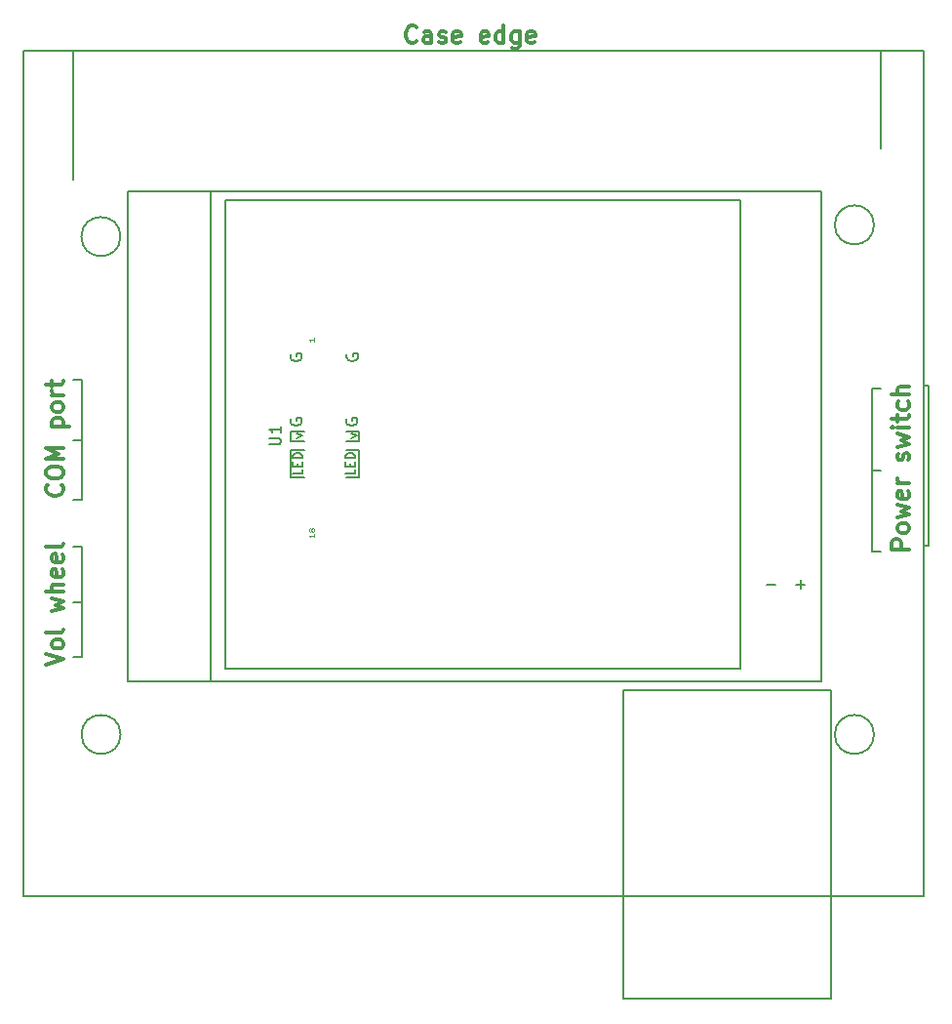
<source format=gbr>
G04 #@! TF.GenerationSoftware,KiCad,Pcbnew,5.0.2+dfsg1-1~bpo9+1*
G04 #@! TF.CreationDate,2020-07-27T21:19:22+01:00*
G04 #@! TF.ProjectId,gbc_outline_screen,6762635f-6f75-4746-9c69-6e655f736372,rev?*
G04 #@! TF.SameCoordinates,Original*
G04 #@! TF.FileFunction,Legend,Top*
G04 #@! TF.FilePolarity,Positive*
%FSLAX46Y46*%
G04 Gerber Fmt 4.6, Leading zero omitted, Abs format (unit mm)*
G04 Created by KiCad (PCBNEW 5.0.2+dfsg1-1~bpo9+1) date Mon 27 Jul 2020 21:19:22 BST*
%MOMM*%
%LPD*%
G01*
G04 APERTURE LIST*
%ADD10C,0.300000*%
%ADD11C,0.150000*%
%ADD12C,0.200000*%
%ADD13C,0.125000*%
G04 APERTURE END LIST*
D10*
X112884994Y-84497680D02*
X112956422Y-84569108D01*
X113027851Y-84783394D01*
X113027851Y-84926251D01*
X112956422Y-85140537D01*
X112813565Y-85283394D01*
X112670708Y-85354822D01*
X112384994Y-85426251D01*
X112170708Y-85426251D01*
X111884994Y-85354822D01*
X111742137Y-85283394D01*
X111599280Y-85140537D01*
X111527851Y-84926251D01*
X111527851Y-84783394D01*
X111599280Y-84569108D01*
X111670708Y-84497680D01*
X111527851Y-83569108D02*
X111527851Y-83283394D01*
X111599280Y-83140537D01*
X111742137Y-82997680D01*
X112027851Y-82926251D01*
X112527851Y-82926251D01*
X112813565Y-82997680D01*
X112956422Y-83140537D01*
X113027851Y-83283394D01*
X113027851Y-83569108D01*
X112956422Y-83711965D01*
X112813565Y-83854822D01*
X112527851Y-83926251D01*
X112027851Y-83926251D01*
X111742137Y-83854822D01*
X111599280Y-83711965D01*
X111527851Y-83569108D01*
X113027851Y-82283394D02*
X111527851Y-82283394D01*
X112599280Y-81783394D01*
X111527851Y-81283394D01*
X113027851Y-81283394D01*
X112027851Y-79426251D02*
X113527851Y-79426251D01*
X112099280Y-79426251D02*
X112027851Y-79283394D01*
X112027851Y-78997680D01*
X112099280Y-78854822D01*
X112170708Y-78783394D01*
X112313565Y-78711965D01*
X112742137Y-78711965D01*
X112884994Y-78783394D01*
X112956422Y-78854822D01*
X113027851Y-78997680D01*
X113027851Y-79283394D01*
X112956422Y-79426251D01*
X113027851Y-77854822D02*
X112956422Y-77997680D01*
X112884994Y-78069108D01*
X112742137Y-78140537D01*
X112313565Y-78140537D01*
X112170708Y-78069108D01*
X112099280Y-77997680D01*
X112027851Y-77854822D01*
X112027851Y-77640537D01*
X112099280Y-77497680D01*
X112170708Y-77426251D01*
X112313565Y-77354822D01*
X112742137Y-77354822D01*
X112884994Y-77426251D01*
X112956422Y-77497680D01*
X113027851Y-77640537D01*
X113027851Y-77854822D01*
X113027851Y-76711965D02*
X112027851Y-76711965D01*
X112313565Y-76711965D02*
X112170708Y-76640537D01*
X112099280Y-76569108D01*
X112027851Y-76426251D01*
X112027851Y-76283394D01*
X112027851Y-75997680D02*
X112027851Y-75426251D01*
X111527851Y-75783394D02*
X112813565Y-75783394D01*
X112956422Y-75711965D01*
X113027851Y-75569108D01*
X113027851Y-75426251D01*
D11*
X187665360Y-46837600D02*
X187665360Y-120162320D01*
X109565440Y-46842680D02*
X109565440Y-120167400D01*
X109560360Y-120167400D02*
X187665360Y-120162320D01*
X113873280Y-46842680D02*
X109567980Y-46842680D01*
D12*
X188092080Y-89743280D02*
X187660280Y-89743280D01*
X188092080Y-75849480D02*
X188092080Y-89743280D01*
X187685680Y-75849480D02*
X188092080Y-75849480D01*
X183977280Y-46842680D02*
X187685680Y-46842680D01*
D10*
X143675280Y-46044894D02*
X143603851Y-46116322D01*
X143389565Y-46187751D01*
X143246708Y-46187751D01*
X143032422Y-46116322D01*
X142889565Y-45973465D01*
X142818137Y-45830608D01*
X142746708Y-45544894D01*
X142746708Y-45330608D01*
X142818137Y-45044894D01*
X142889565Y-44902037D01*
X143032422Y-44759180D01*
X143246708Y-44687751D01*
X143389565Y-44687751D01*
X143603851Y-44759180D01*
X143675280Y-44830608D01*
X144960994Y-46187751D02*
X144960994Y-45402037D01*
X144889565Y-45259180D01*
X144746708Y-45187751D01*
X144460994Y-45187751D01*
X144318137Y-45259180D01*
X144960994Y-46116322D02*
X144818137Y-46187751D01*
X144460994Y-46187751D01*
X144318137Y-46116322D01*
X144246708Y-45973465D01*
X144246708Y-45830608D01*
X144318137Y-45687751D01*
X144460994Y-45616322D01*
X144818137Y-45616322D01*
X144960994Y-45544894D01*
X145603851Y-46116322D02*
X145746708Y-46187751D01*
X146032422Y-46187751D01*
X146175280Y-46116322D01*
X146246708Y-45973465D01*
X146246708Y-45902037D01*
X146175280Y-45759180D01*
X146032422Y-45687751D01*
X145818137Y-45687751D01*
X145675280Y-45616322D01*
X145603851Y-45473465D01*
X145603851Y-45402037D01*
X145675280Y-45259180D01*
X145818137Y-45187751D01*
X146032422Y-45187751D01*
X146175280Y-45259180D01*
X147460994Y-46116322D02*
X147318137Y-46187751D01*
X147032422Y-46187751D01*
X146889565Y-46116322D01*
X146818137Y-45973465D01*
X146818137Y-45402037D01*
X146889565Y-45259180D01*
X147032422Y-45187751D01*
X147318137Y-45187751D01*
X147460994Y-45259180D01*
X147532422Y-45402037D01*
X147532422Y-45544894D01*
X146818137Y-45687751D01*
X149889565Y-46116322D02*
X149746708Y-46187751D01*
X149460994Y-46187751D01*
X149318137Y-46116322D01*
X149246708Y-45973465D01*
X149246708Y-45402037D01*
X149318137Y-45259180D01*
X149460994Y-45187751D01*
X149746708Y-45187751D01*
X149889565Y-45259180D01*
X149960994Y-45402037D01*
X149960994Y-45544894D01*
X149246708Y-45687751D01*
X151246708Y-46187751D02*
X151246708Y-44687751D01*
X151246708Y-46116322D02*
X151103851Y-46187751D01*
X150818137Y-46187751D01*
X150675280Y-46116322D01*
X150603851Y-46044894D01*
X150532422Y-45902037D01*
X150532422Y-45473465D01*
X150603851Y-45330608D01*
X150675280Y-45259180D01*
X150818137Y-45187751D01*
X151103851Y-45187751D01*
X151246708Y-45259180D01*
X152603851Y-45187751D02*
X152603851Y-46402037D01*
X152532422Y-46544894D01*
X152460994Y-46616322D01*
X152318137Y-46687751D01*
X152103851Y-46687751D01*
X151960994Y-46616322D01*
X152603851Y-46116322D02*
X152460994Y-46187751D01*
X152175280Y-46187751D01*
X152032422Y-46116322D01*
X151960994Y-46044894D01*
X151889565Y-45902037D01*
X151889565Y-45473465D01*
X151960994Y-45330608D01*
X152032422Y-45259180D01*
X152175280Y-45187751D01*
X152460994Y-45187751D01*
X152603851Y-45259180D01*
X153889565Y-46116322D02*
X153746708Y-46187751D01*
X153460994Y-46187751D01*
X153318137Y-46116322D01*
X153246708Y-45973465D01*
X153246708Y-45402037D01*
X153318137Y-45259180D01*
X153460994Y-45187751D01*
X153746708Y-45187751D01*
X153889565Y-45259180D01*
X153960994Y-45402037D01*
X153960994Y-45544894D01*
X153246708Y-45687751D01*
D11*
X113873280Y-46842680D02*
X113873280Y-58018680D01*
X183977280Y-46842680D02*
X113873280Y-46842680D01*
X183977280Y-55351680D02*
X183977280Y-46842680D01*
D12*
X183215280Y-83228180D02*
X183977280Y-83228180D01*
X113873280Y-94658180D02*
X114635280Y-94658180D01*
X113873280Y-80624680D02*
X114635280Y-80624680D01*
D10*
X111527851Y-100134394D02*
X113027851Y-99634394D01*
X111527851Y-99134394D01*
X113027851Y-98420108D02*
X112956422Y-98562965D01*
X112884994Y-98634394D01*
X112742137Y-98705822D01*
X112313565Y-98705822D01*
X112170708Y-98634394D01*
X112099280Y-98562965D01*
X112027851Y-98420108D01*
X112027851Y-98205822D01*
X112099280Y-98062965D01*
X112170708Y-97991537D01*
X112313565Y-97920108D01*
X112742137Y-97920108D01*
X112884994Y-97991537D01*
X112956422Y-98062965D01*
X113027851Y-98205822D01*
X113027851Y-98420108D01*
X113027851Y-97062965D02*
X112956422Y-97205822D01*
X112813565Y-97277251D01*
X111527851Y-97277251D01*
X112027851Y-95491537D02*
X113027851Y-95205822D01*
X112313565Y-94920108D01*
X113027851Y-94634394D01*
X112027851Y-94348680D01*
X113027851Y-93777251D02*
X111527851Y-93777251D01*
X113027851Y-93134394D02*
X112242137Y-93134394D01*
X112099280Y-93205822D01*
X112027851Y-93348680D01*
X112027851Y-93562965D01*
X112099280Y-93705822D01*
X112170708Y-93777251D01*
X112956422Y-91848680D02*
X113027851Y-91991537D01*
X113027851Y-92277251D01*
X112956422Y-92420108D01*
X112813565Y-92491537D01*
X112242137Y-92491537D01*
X112099280Y-92420108D01*
X112027851Y-92277251D01*
X112027851Y-91991537D01*
X112099280Y-91848680D01*
X112242137Y-91777251D01*
X112384994Y-91777251D01*
X112527851Y-92491537D01*
X112956422Y-90562965D02*
X113027851Y-90705822D01*
X113027851Y-90991537D01*
X112956422Y-91134394D01*
X112813565Y-91205822D01*
X112242137Y-91205822D01*
X112099280Y-91134394D01*
X112027851Y-90991537D01*
X112027851Y-90705822D01*
X112099280Y-90562965D01*
X112242137Y-90491537D01*
X112384994Y-90491537D01*
X112527851Y-91205822D01*
X113027851Y-89634394D02*
X112956422Y-89777251D01*
X112813565Y-89848680D01*
X111527851Y-89848680D01*
X186433851Y-90073394D02*
X184933851Y-90073394D01*
X184933851Y-89501965D01*
X185005280Y-89359108D01*
X185076708Y-89287680D01*
X185219565Y-89216251D01*
X185433851Y-89216251D01*
X185576708Y-89287680D01*
X185648137Y-89359108D01*
X185719565Y-89501965D01*
X185719565Y-90073394D01*
X186433851Y-88359108D02*
X186362422Y-88501965D01*
X186290994Y-88573394D01*
X186148137Y-88644822D01*
X185719565Y-88644822D01*
X185576708Y-88573394D01*
X185505280Y-88501965D01*
X185433851Y-88359108D01*
X185433851Y-88144822D01*
X185505280Y-88001965D01*
X185576708Y-87930537D01*
X185719565Y-87859108D01*
X186148137Y-87859108D01*
X186290994Y-87930537D01*
X186362422Y-88001965D01*
X186433851Y-88144822D01*
X186433851Y-88359108D01*
X185433851Y-87359108D02*
X186433851Y-87073394D01*
X185719565Y-86787680D01*
X186433851Y-86501965D01*
X185433851Y-86216251D01*
X186362422Y-85073394D02*
X186433851Y-85216251D01*
X186433851Y-85501965D01*
X186362422Y-85644822D01*
X186219565Y-85716251D01*
X185648137Y-85716251D01*
X185505280Y-85644822D01*
X185433851Y-85501965D01*
X185433851Y-85216251D01*
X185505280Y-85073394D01*
X185648137Y-85001965D01*
X185790994Y-85001965D01*
X185933851Y-85716251D01*
X186433851Y-84359108D02*
X185433851Y-84359108D01*
X185719565Y-84359108D02*
X185576708Y-84287680D01*
X185505280Y-84216251D01*
X185433851Y-84073394D01*
X185433851Y-83930537D01*
X186362422Y-82359108D02*
X186433851Y-82216251D01*
X186433851Y-81930537D01*
X186362422Y-81787680D01*
X186219565Y-81716251D01*
X186148137Y-81716251D01*
X186005280Y-81787680D01*
X185933851Y-81930537D01*
X185933851Y-82144822D01*
X185862422Y-82287680D01*
X185719565Y-82359108D01*
X185648137Y-82359108D01*
X185505280Y-82287680D01*
X185433851Y-82144822D01*
X185433851Y-81930537D01*
X185505280Y-81787680D01*
X185433851Y-81216251D02*
X186433851Y-80930537D01*
X185719565Y-80644822D01*
X186433851Y-80359108D01*
X185433851Y-80073394D01*
X186433851Y-79501965D02*
X185433851Y-79501965D01*
X184933851Y-79501965D02*
X185005280Y-79573394D01*
X185076708Y-79501965D01*
X185005280Y-79430537D01*
X184933851Y-79501965D01*
X185076708Y-79501965D01*
X185433851Y-79001965D02*
X185433851Y-78430537D01*
X184933851Y-78787680D02*
X186219565Y-78787680D01*
X186362422Y-78716251D01*
X186433851Y-78573394D01*
X186433851Y-78430537D01*
X186362422Y-77287680D02*
X186433851Y-77430537D01*
X186433851Y-77716251D01*
X186362422Y-77859108D01*
X186290994Y-77930537D01*
X186148137Y-78001965D01*
X185719565Y-78001965D01*
X185576708Y-77930537D01*
X185505280Y-77859108D01*
X185433851Y-77716251D01*
X185433851Y-77430537D01*
X185505280Y-77287680D01*
X186433851Y-76644822D02*
X184933851Y-76644822D01*
X186433851Y-76001965D02*
X185648137Y-76001965D01*
X185505280Y-76073394D01*
X185433851Y-76216251D01*
X185433851Y-76430537D01*
X185505280Y-76573394D01*
X185576708Y-76644822D01*
D12*
X183215280Y-76179680D02*
X183977280Y-76179680D01*
X183215280Y-90276680D02*
X183977280Y-90276680D01*
X183215280Y-76179680D02*
X183215280Y-90276680D01*
X114635280Y-89895680D02*
X113873280Y-89895680D01*
X114635280Y-99420680D02*
X113873280Y-99420680D01*
X114635280Y-89895680D02*
X114635280Y-99420680D01*
X114635280Y-85831680D02*
X113873280Y-85831680D01*
X114635280Y-75417680D02*
X114635280Y-85831680D01*
X113873280Y-75417680D02*
X114635280Y-75417680D01*
X171785280Y-59796680D02*
X127081280Y-59796680D01*
X171785280Y-100436680D02*
X171785280Y-59796680D01*
X127081280Y-100436680D02*
X127081280Y-59796680D01*
X127081280Y-100436680D02*
X171785280Y-100436680D01*
D11*
G04 #@! TO.C,U1*
X134213600Y-101506020D02*
X178790600Y-101506020D01*
X134213600Y-101506020D02*
X118592600Y-101506020D01*
X118592600Y-101506020D02*
X118592600Y-59024520D01*
X118592600Y-59024520D02*
X178790600Y-59024520D01*
X178790600Y-59024520D02*
X178790600Y-80106520D01*
X178790600Y-101506020D02*
X178790600Y-80106520D01*
X133896100Y-80678020D02*
X132753100Y-80678020D01*
X132753100Y-80678020D02*
X132753100Y-79852520D01*
X132753100Y-79852520D02*
X133896100Y-79852520D01*
X137579100Y-81440020D02*
X138658600Y-81440020D01*
X138658600Y-80678020D02*
X138658600Y-79852520D01*
X137579100Y-80678020D02*
X138658600Y-80678020D01*
X138658600Y-79852520D02*
X137579100Y-79852520D01*
X137579100Y-83853020D02*
X138658600Y-83853020D01*
X138658600Y-83853020D02*
X138658600Y-81440020D01*
X133896100Y-81440020D02*
X132753100Y-81440020D01*
X132753100Y-81440020D02*
X132753100Y-83853020D01*
X132753100Y-83853020D02*
X133896100Y-83853020D01*
X125831600Y-59024520D02*
X125831600Y-101506020D01*
G04 #@! TO.C,REF\002A\002A*
X117983017Y-106151680D02*
G75*
G03X117983017Y-106151680I-1696737J0D01*
G01*
X183375317Y-61953140D02*
G75*
G03X183375317Y-61953140I-1696737J0D01*
G01*
X117970317Y-62969140D02*
G75*
G03X117970317Y-62969140I-1696737J0D01*
G01*
X183375317Y-106149140D02*
G75*
G03X183375317Y-106149140I-1696737J0D01*
G01*
G04 #@! TO.C,U5*
X161584640Y-102339140D02*
X179618640Y-102339140D01*
X179618640Y-102339140D02*
X179618640Y-129072640D01*
X179618640Y-129072640D02*
X161648140Y-129072640D01*
X161648140Y-129072640D02*
X161584640Y-129072640D01*
X161584640Y-129072640D02*
X161584640Y-102339140D01*
G04 #@! TO.C,U1*
X130871980Y-80995424D02*
X131681504Y-80995424D01*
X131776742Y-80947805D01*
X131824361Y-80900186D01*
X131871980Y-80804948D01*
X131871980Y-80614472D01*
X131824361Y-80519234D01*
X131776742Y-80471615D01*
X131681504Y-80423996D01*
X130871980Y-80423996D01*
X131871980Y-79423996D02*
X131871980Y-79995424D01*
X131871980Y-79709710D02*
X130871980Y-79709710D01*
X131014838Y-79804948D01*
X131110076Y-79900186D01*
X131157695Y-79995424D01*
D13*
X134820790Y-71759462D02*
X134820790Y-72045177D01*
X134820790Y-71902320D02*
X134320790Y-71902320D01*
X134392219Y-71949939D01*
X134439838Y-71997558D01*
X134463647Y-72045177D01*
X134820790Y-88761558D02*
X134820790Y-89047272D01*
X134820790Y-88904415D02*
X134320790Y-88904415D01*
X134392219Y-88952034D01*
X134439838Y-88999653D01*
X134463647Y-89047272D01*
X134535076Y-88475843D02*
X134511266Y-88523462D01*
X134487457Y-88547272D01*
X134439838Y-88571081D01*
X134416028Y-88571081D01*
X134368409Y-88547272D01*
X134344600Y-88523462D01*
X134320790Y-88475843D01*
X134320790Y-88380605D01*
X134344600Y-88332986D01*
X134368409Y-88309177D01*
X134416028Y-88285367D01*
X134439838Y-88285367D01*
X134487457Y-88309177D01*
X134511266Y-88332986D01*
X134535076Y-88380605D01*
X134535076Y-88475843D01*
X134558885Y-88523462D01*
X134582695Y-88547272D01*
X134630314Y-88571081D01*
X134725552Y-88571081D01*
X134773171Y-88547272D01*
X134796980Y-88523462D01*
X134820790Y-88475843D01*
X134820790Y-88380605D01*
X134796980Y-88332986D01*
X134773171Y-88309177D01*
X134725552Y-88285367D01*
X134630314Y-88285367D01*
X134582695Y-88309177D01*
X134558885Y-88332986D01*
X134535076Y-88380605D01*
D11*
X137979171Y-80423996D02*
X138512504Y-80233520D01*
X137979171Y-80043043D01*
X138322004Y-83160805D02*
X138322004Y-83541758D01*
X137522004Y-83541758D01*
X137902957Y-82894139D02*
X137902957Y-82627472D01*
X138322004Y-82513186D02*
X138322004Y-82894139D01*
X137522004Y-82894139D01*
X137522004Y-82513186D01*
X138322004Y-82170329D02*
X137522004Y-82170329D01*
X137522004Y-81979853D01*
X137560100Y-81865567D01*
X137636290Y-81789377D01*
X137712480Y-81751281D01*
X137864861Y-81713186D01*
X137979147Y-81713186D01*
X138131528Y-81751281D01*
X138207719Y-81789377D01*
X138283909Y-81865567D01*
X138322004Y-81979853D01*
X138322004Y-82170329D01*
X133750004Y-83160805D02*
X133750004Y-83541758D01*
X132950004Y-83541758D01*
X133330957Y-82894139D02*
X133330957Y-82627472D01*
X133750004Y-82513186D02*
X133750004Y-82894139D01*
X132950004Y-82894139D01*
X132950004Y-82513186D01*
X133750004Y-82170329D02*
X132950004Y-82170329D01*
X132950004Y-81979853D01*
X132988100Y-81865567D01*
X133064290Y-81789377D01*
X133140480Y-81751281D01*
X133292861Y-81713186D01*
X133407147Y-81713186D01*
X133559528Y-81751281D01*
X133635719Y-81789377D01*
X133711909Y-81865567D01*
X133750004Y-81979853D01*
X133750004Y-82170329D01*
X133216671Y-80423996D02*
X133750004Y-80233520D01*
X133216671Y-80043043D01*
X137587100Y-78765115D02*
X137539480Y-78860353D01*
X137539480Y-79003210D01*
X137587100Y-79146067D01*
X137682338Y-79241305D01*
X137777576Y-79288924D01*
X137968052Y-79336543D01*
X138110909Y-79336543D01*
X138301385Y-79288924D01*
X138396623Y-79241305D01*
X138491861Y-79146067D01*
X138539480Y-79003210D01*
X138539480Y-78907972D01*
X138491861Y-78765115D01*
X138444242Y-78717496D01*
X138110909Y-78717496D01*
X138110909Y-78907972D01*
X132761100Y-78765115D02*
X132713480Y-78860353D01*
X132713480Y-79003210D01*
X132761100Y-79146067D01*
X132856338Y-79241305D01*
X132951576Y-79288924D01*
X133142052Y-79336543D01*
X133284909Y-79336543D01*
X133475385Y-79288924D01*
X133570623Y-79241305D01*
X133665861Y-79146067D01*
X133713480Y-79003210D01*
X133713480Y-78907972D01*
X133665861Y-78765115D01*
X133618242Y-78717496D01*
X133284909Y-78717496D01*
X133284909Y-78907972D01*
X137650600Y-73177115D02*
X137602980Y-73272353D01*
X137602980Y-73415210D01*
X137650600Y-73558067D01*
X137745838Y-73653305D01*
X137841076Y-73700924D01*
X138031552Y-73748543D01*
X138174409Y-73748543D01*
X138364885Y-73700924D01*
X138460123Y-73653305D01*
X138555361Y-73558067D01*
X138602980Y-73415210D01*
X138602980Y-73319972D01*
X138555361Y-73177115D01*
X138507742Y-73129496D01*
X138174409Y-73129496D01*
X138174409Y-73319972D01*
X132761100Y-73177115D02*
X132713480Y-73272353D01*
X132713480Y-73415210D01*
X132761100Y-73558067D01*
X132856338Y-73653305D01*
X132951576Y-73700924D01*
X133142052Y-73748543D01*
X133284909Y-73748543D01*
X133475385Y-73700924D01*
X133570623Y-73653305D01*
X133665861Y-73558067D01*
X133713480Y-73415210D01*
X133713480Y-73319972D01*
X133665861Y-73177115D01*
X133618242Y-73129496D01*
X133284909Y-73129496D01*
X133284909Y-73319972D01*
G04 #@! TO.C,U2*
X174076407Y-93126868D02*
X174838312Y-93126868D01*
X176611327Y-93126868D02*
X177373232Y-93126868D01*
X176992280Y-93507820D02*
X176992280Y-92745916D01*
G04 #@! TD*
M02*

</source>
